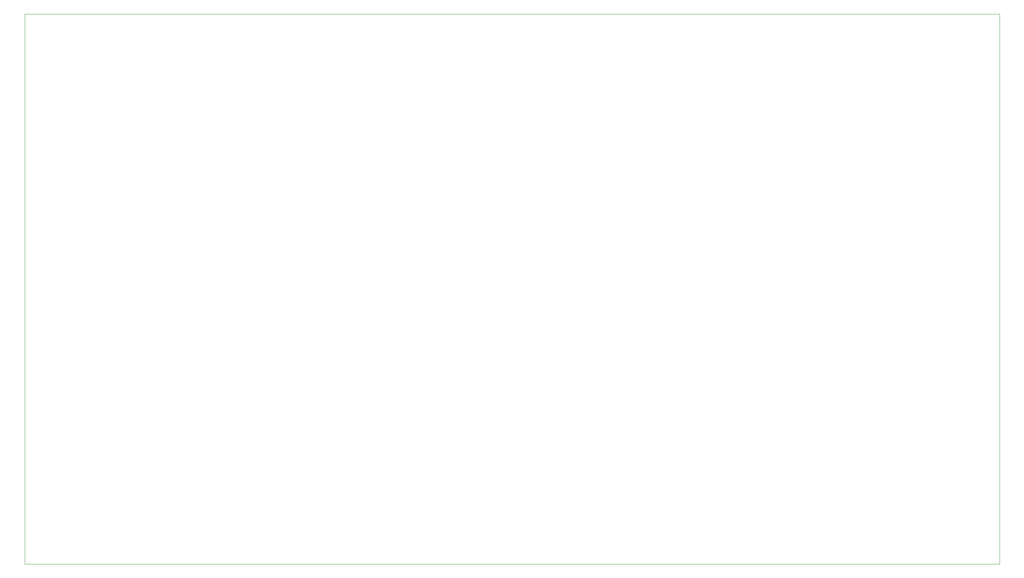
<source format=gm1>
G04 #@! TF.GenerationSoftware,KiCad,Pcbnew,7.0.9-7.0.9~ubuntu20.04.1*
G04 #@! TF.CreationDate,2023-12-17T16:45:51+01:00*
G04 #@! TF.ProjectId,low_pass,6c6f775f-7061-4737-932e-6b696361645f,1.0*
G04 #@! TF.SameCoordinates,Original*
G04 #@! TF.FileFunction,Profile,NP*
%FSLAX46Y46*%
G04 Gerber Fmt 4.6, Leading zero omitted, Abs format (unit mm)*
G04 Created by KiCad (PCBNEW 7.0.9-7.0.9~ubuntu20.04.1) date 2023-12-17 16:45:51*
%MOMM*%
%LPD*%
G01*
G04 APERTURE LIST*
G04 #@! TA.AperFunction,Profile*
%ADD10C,0.100000*%
G04 #@! TD*
G04 APERTURE END LIST*
D10*
X35000000Y-25000000D02*
X265000000Y-25000000D01*
X265000000Y-155000000D01*
X35000000Y-155000000D01*
X35000000Y-25000000D01*
M02*

</source>
